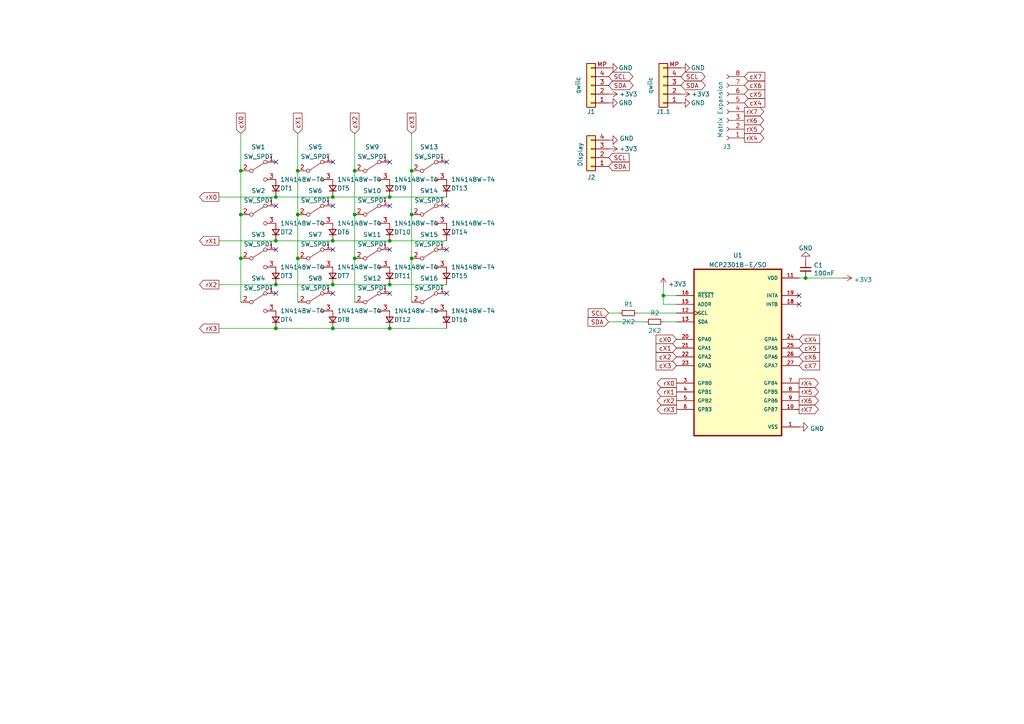
<source format=kicad_sch>
(kicad_sch (version 20211123) (generator eeschema)
  (paper "A4")
  (lib_symbols
    (symbol "+3V3_1" (power) (pin_names (offset 0))
      (property "Value" "+3V3_1" (at 0 3.556 0))
      (symbol "+3V3_1_0_1"
        (polyline (pts (xy -0.762 1.27) (xy 0 2.54)))
        (polyline (pts (xy 0 0) (xy 0 2.54)))
        (polyline (pts (xy 0 2.54) (xy 0.762 1.27)))
      )
      (symbol "+3V3_1_1_1"
        (pin power_in line (at 0 0 90) (length 0) hide (name "+3V3") (number "1"))
      )
    )
    (symbol "Connector:Conn_01x08_Female" (pin_names (offset 1.016) hide)
      (property "Reference" "J" (at 0 10.16 0))
      (property "Value" "Conn_01x08_Female" (at 0 -12.7 0))
      (symbol "Conn_01x08_Female_1_1"
        (arc (start 0 -9.652) (mid -0.508 -10.16) (end 0 -10.668) (stroke (width 0.1524)))
        (arc (start 0 -7.112) (mid -0.508 -7.62) (end 0 -8.128) (stroke (width 0.1524)))
        (arc (start 0 -4.572) (mid -0.508 -5.08) (end 0 -5.588) (stroke (width 0.1524)))
        (arc (start 0 -2.032) (mid -0.508 -2.54) (end 0 -3.048) (stroke (width 0.1524)))
        (polyline (pts (xy -1.27 -10.16) (xy -0.508 -10.16)) (stroke (width 0.1524)))
        (polyline (pts (xy -1.27 -7.62) (xy -0.508 -7.62)) (stroke (width 0.1524)))
        (polyline (pts (xy -1.27 -5.08) (xy -0.508 -5.08)) (stroke (width 0.1524)))
        (polyline (pts (xy -1.27 -2.54) (xy -0.508 -2.54)) (stroke (width 0.1524)))
        (polyline (pts (xy -1.27 0) (xy -0.508 0)) (stroke (width 0.1524)))
        (polyline (pts (xy -1.27 2.54) (xy -0.508 2.54)) (stroke (width 0.1524)))
        (polyline (pts (xy -1.27 5.08) (xy -0.508 5.08)) (stroke (width 0.1524)))
        (polyline (pts (xy -1.27 7.62) (xy -0.508 7.62)) (stroke (width 0.1524)))
        (arc (start 0 0.508) (mid -0.508 0) (end 0 -0.508) (stroke (width 0.1524)))
        (arc (start 0 3.048) (mid -0.508 2.54) (end 0 2.032) (stroke (width 0.1524)))
        (arc (start 0 5.588) (mid -0.508 5.08) (end 0 4.572) (stroke (width 0.1524)))
        (arc (start 0 8.128) (mid -0.508 7.62) (end 0 7.112) (stroke (width 0.1524)))
        (pin passive line (at -5.08 7.62 0) (length 3.81) (name "Pin_1") (number "1"))
        (pin passive line (at -5.08 5.08 0) (length 3.81) (name "Pin_2") (number "2"))
        (pin passive line (at -5.08 2.54 0) (length 3.81) (name "Pin_3") (number "3"))
        (pin passive line (at -5.08 0 0) (length 3.81) (name "Pin_4") (number "4"))
        (pin passive line (at -5.08 -2.54 0) (length 3.81) (name "Pin_5") (number "5"))
        (pin passive line (at -5.08 -5.08 0) (length 3.81) (name "Pin_6") (number "6"))
        (pin passive line (at -5.08 -7.62 0) (length 3.81) (name "Pin_7") (number "7"))
        (pin passive line (at -5.08 -10.16 0) (length 3.81) (name "Pin_8") (number "8"))
      )
    )
    (symbol "Connector_Generic:Conn_01x04" (pin_names (offset 1.016) hide)
      (property "Reference" "J" (at 0 5.08 0))
      (property "Value" "Conn_01x04" (at 0 -7.62 0))
      (symbol "Conn_01x04_1_1"
        (rectangle (start -1.27 -4.953) (end 0 -5.207) (stroke (width 0.1524)))
        (rectangle (start -1.27 -2.413) (end 0 -2.667) (stroke (width 0.1524)))
        (rectangle (start -1.27 0.127) (end 0 -0.127) (stroke (width 0.1524)))
        (rectangle (start -1.27 2.667) (end 0 2.413) (stroke (width 0.1524)))
        (rectangle (start -1.27 3.81) (end 1.27 -6.35) (stroke (width 0.254)) (fill (type background)))
        (pin passive line (at -5.08 2.54 0) (length 3.81) (name "Pin_1") (number "1"))
        (pin passive line (at -5.08 0 0) (length 3.81) (name "Pin_2") (number "2"))
        (pin passive line (at -5.08 -2.54 0) (length 3.81) (name "Pin_3") (number "3"))
        (pin passive line (at -5.08 -5.08 0) (length 3.81) (name "Pin_4") (number "4"))
      )
    )
    (symbol "Connector_Generic:Conn_01x05" (pin_names (offset 1.016) hide)
      (property "Reference" "J1" (at 0 7.62 0))
      (property "Value" "qwiic" (at -2.54 1.27 90))
      (symbol "Conn_01x05_1_1"
        (rectangle (start -1.27 -4.953) (end 0 -5.207) (stroke (width 0.1524)))
        (rectangle (start -1.27 -2.413) (end 0 -2.667) (stroke (width 0.1524)))
        (rectangle (start -1.27 0.127) (end 0 -0.127) (stroke (width 0.1524)))
        (rectangle (start -1.27 2.667) (end 0 2.413) (stroke (width 0.1524)))
        (rectangle (start -1.27 5.207) (end 0 4.953) (stroke (width 0.1524)))
        (rectangle (start -1.27 6.35) (end 1.27 -6.35) (stroke (width 0.254)) (fill (type background)))
        (pin passive line (at -5.08 5.08 0) (length 3.81) (name "Pin_1") (number "1"))
        (pin passive line (at -5.08 2.54 0) (length 3.81) (name "Pin_2") (number "2"))
        (pin passive line (at -5.08 0 0) (length 3.81) (name "Pin_3") (number "3"))
        (pin passive line (at -5.08 -2.54 0) (length 3.81) (name "Pin_4") (number "4"))
        (pin passive line (at -5.08 -5.08 0) (length 3.81) (name "MP") (number "MP"))
      )
    )
    (symbol "Device:C_Small" (pin_numbers hide) (pin_names (offset 0.254) hide)
      (property "Reference" "C" (at 0.254 1.778 0))
      (property "Value" "Device_C_Small" (at 0.254 -2.032 0))
      (symbol "C_Small_0_1"
        (polyline (pts (xy -1.524 -0.508) (xy 1.524 -0.508)) (stroke (width 0.3302)))
        (polyline (pts (xy -1.524 0.508) (xy 1.524 0.508)) (stroke (width 0.3048)))
      )
      (symbol "C_Small_1_1"
        (pin passive line (at 0 2.54 270) (length 2.032) (name "~") (number "1"))
        (pin passive line (at 0 -2.54 90) (length 2.032) (name "~") (number "2"))
      )
    )
    (symbol "Device:D_Small" (pin_numbers hide) (pin_names (offset 0.254) hide)
      (property "Reference" "D" (at -1.27 2.032 0))
      (property "Value" "Device_D_Small" (at -3.81 -2.032 0))
      (symbol "D_Small_0_1"
        (polyline (pts (xy -0.762 -1.016) (xy -0.762 1.016)) (stroke (width 0.254)))
        (polyline (pts (xy -0.762 0) (xy 0.762 0)))
        (polyline (pts (xy 0.762 -1.016) (xy -0.762 0) (xy 0.762 1.016) (xy 0.762 -1.016)) (stroke (width 0.254)))
      )
      (symbol "D_Small_1_1"
        (pin passive line (at -2.54 0 0) (length 1.778) (name "K") (number "1"))
        (pin passive line (at 2.54 0 180) (length 1.778) (name "A") (number "2"))
      )
    )
    (symbol "Device:R_Small" (pin_numbers hide) (pin_names (offset 0.254) hide)
      (property "Reference" "R" (at 0.762 0.508 0))
      (property "Value" "Device_R_Small" (at 0.762 -1.016 0))
      (symbol "R_Small_0_1"
        (rectangle (start -0.762 1.778) (end 0.762 -1.778) (stroke (width 0.2032)))
      )
      (symbol "R_Small_1_1"
        (pin passive line (at 0 2.54 270) (length 0.762) (name "~") (number "1"))
        (pin passive line (at 0 -2.54 90) (length 0.762) (name "~") (number "2"))
      )
    )
    (symbol "EDI:MCP23018" (pin_names (offset 1.016))
      (property "Reference" "U" (at -12.7 26.3906 0))
      (property "Value" "MCP23018" (at -12.7 -26.8478 0))
      (symbol "MCP23018_0_0"
        (rectangle (start -12.7 -22.86) (end 12.7 25.4) (stroke (width 0.4064)) (fill (type background)))
        (pin power_in line (at 17.78 -20.32 180) (length 5.08) (name "VSS") (number "1"))
        (pin bidirectional line (at 17.78 -15.24 180) (length 5.08) (name "GPB7") (number "10"))
        (pin power_in line (at 17.78 22.86 180) (length 5.08) (name "VDD") (number "11"))
        (pin input clock (at -17.78 12.7 0) (length 5.08) (name "SCL") (number "12"))
        (pin bidirectional line (at -17.78 10.16 0) (length 5.08) (name "SDA") (number "13"))
        (pin input line (at -17.78 15.24 0) (length 5.08) (name "ADDR") (number "15"))
        (pin input line (at -17.78 17.78 0) (length 5.08) (name "~{RESET}") (number "16"))
        (pin output line (at 17.78 15.24 180) (length 5.08) (name "INTB") (number "18"))
        (pin output line (at 17.78 17.78 180) (length 5.08) (name "INTA") (number "19"))
        (pin bidirectional line (at -17.78 5.08 0) (length 5.08) (name "GPA0") (number "20"))
        (pin bidirectional line (at -17.78 2.54 0) (length 5.08) (name "GPA1") (number "21"))
        (pin bidirectional line (at -17.78 0 0) (length 5.08) (name "GPA2") (number "22"))
        (pin bidirectional line (at -17.78 -2.54 0) (length 5.08) (name "GPA3") (number "23"))
        (pin bidirectional line (at 17.78 5.08 180) (length 5.08) (name "GPA4") (number "24"))
        (pin bidirectional line (at 17.78 2.54 180) (length 5.08) (name "GPA5") (number "25"))
        (pin bidirectional line (at 17.78 0 180) (length 5.08) (name "GPA6") (number "26"))
        (pin bidirectional line (at 17.78 -2.54 180) (length 5.08) (name "GPA7") (number "27"))
        (pin bidirectional line (at -17.78 -7.62 0) (length 5.08) (name "GPB0") (number "3"))
        (pin bidirectional line (at -17.78 -10.16 0) (length 5.08) (name "GPB1") (number "4"))
        (pin bidirectional line (at -17.78 -12.7 0) (length 5.08) (name "GPB2") (number "5"))
        (pin bidirectional line (at -17.78 -15.24 0) (length 5.08) (name "GPB3") (number "6"))
        (pin bidirectional line (at 17.78 -7.62 180) (length 5.08) (name "GPB4") (number "7"))
        (pin bidirectional line (at 17.78 -10.16 180) (length 5.08) (name "GPB5") (number "8"))
        (pin bidirectional line (at 17.78 -12.7 180) (length 5.08) (name "GPB6") (number "9"))
      )
    )
    (symbol "GND_1" (power) (pin_names (offset 0))
      (property "Value" "GND_1" (at 0 -3.81 0))
      (symbol "GND_1_0_1"
        (polyline (pts (xy 0 0) (xy 0 -1.27) (xy 1.27 -1.27) (xy 0 -2.54) (xy -1.27 -1.27) (xy 0 -1.27)))
      )
      (symbol "GND_1_1_1"
        (pin power_in line (at 0 0 270) (length 0) hide (name "GND") (number "1"))
      )
    )
    (symbol "Switch:SW_SPDT" (pin_names (offset 0) hide)
      (property "Reference" "SW" (at 0 4.318 0))
      (property "Value" "SW_SPDT" (at 0 -5.08 0))
      (symbol "SW_SPDT_0_0"
        (circle (center -2.032 0) (radius 0.508))
        (circle (center 2.032 -2.54) (radius 0.508))
      )
      (symbol "SW_SPDT_0_1"
        (polyline (pts (xy -1.524 0.254) (xy 1.651 2.286)))
        (circle (center 2.032 2.54) (radius 0.508))
      )
      (symbol "SW_SPDT_1_1"
        (pin passive line (at 5.08 2.54 180) (length 2.54) (name "A") (number "1"))
        (pin passive line (at -5.08 0 0) (length 2.54) (name "B") (number "2"))
        (pin passive line (at 5.08 -2.54 180) (length 2.54) (name "C") (number "3"))
      )
    )
    (symbol "power:+3V3" (power) (pin_names (offset 0))
      (property "Value" "power_+3V3" (at 0 3.556 0))
      (symbol "+3V3_0_1"
        (polyline (pts (xy -0.762 1.27) (xy 0 2.54)))
        (polyline (pts (xy 0 0) (xy 0 2.54)))
        (polyline (pts (xy 0 2.54) (xy 0.762 1.27)))
      )
      (symbol "+3V3_1_1"
        (pin power_in line (at 0 0 90) (length 0) hide (name "+3V3") (number "1"))
      )
    )
    (symbol "power:GND" (power) (pin_names (offset 0))
      (property "Value" "GND" (at 0 -3.81 0))
      (symbol "GND_0_1"
        (polyline (pts (xy 0 0) (xy 0 -1.27) (xy 1.27 -1.27) (xy 0 -2.54) (xy -1.27 -1.27) (xy 0 -1.27)))
      )
      (symbol "GND_1_1"
        (pin power_in line (at 0 0 270) (length 0) hide (name "GND") (number "1"))
      )
    )
  )
  (junction (at 69.85 49.53))
  (junction (at 96.52 82.55))
  (junction (at 233.68 80.645))
  (junction (at 96.52 69.85))
  (junction (at 80.01 69.85))
  (junction (at 113.03 57.15))
  (junction (at 102.87 49.53))
  (junction (at 86.36 62.23))
  (junction (at 113.03 82.55))
  (junction (at 69.85 62.23))
  (junction (at 86.36 49.53))
  (junction (at 96.52 95.25))
  (junction (at 80.01 95.25))
  (junction (at 102.87 62.23))
  (junction (at 96.52 57.15))
  (junction (at 119.38 74.93))
  (junction (at 113.03 69.85))
  (junction (at 119.38 62.23))
  (junction (at 80.01 82.55))
  (junction (at 113.03 95.25))
  (junction (at 119.38 49.53))
  (junction (at 69.85 74.93))
  (junction (at 102.87 74.93))
  (junction (at 80.01 57.15))
  (junction (at 192.405 85.725))
  (junction (at 86.36 74.93))
  (no_connect (at 113.03 72.39))
  (no_connect (at 129.54 59.69))
  (no_connect (at 80.01 85.09))
  (no_connect (at 80.01 72.39))
  (no_connect (at 113.03 85.09))
  (no_connect (at 80.01 46.99))
  (no_connect (at 129.54 46.99))
  (no_connect (at 96.52 59.69))
  (no_connect (at 96.52 85.09))
  (no_connect (at 231.775 85.725))
  (no_connect (at 231.775 88.265))
  (no_connect (at 129.54 85.09))
  (no_connect (at 113.03 59.69))
  (no_connect (at 129.54 72.39))
  (no_connect (at 80.01 59.69))
  (no_connect (at 96.52 46.99))
  (no_connect (at 113.03 46.99))
  (no_connect (at 96.52 72.39))
  (wire (pts (xy 63.5 95.25) (xy 80.01 95.25)))
  (wire (pts (xy 63.5 82.55) (xy 80.01 82.55)))
  (wire (pts (xy 176.53 90.805) (xy 179.705 90.805)))
  (wire (pts (xy 231.775 80.645) (xy 233.68 80.645)))
  (wire (pts (xy 184.785 90.805) (xy 196.215 90.805)))
  (wire (pts (xy 86.36 38.735) (xy 86.36 49.53)))
  (wire (pts (xy 119.38 38.735) (xy 119.38 49.53)))
  (wire (pts (xy 113.03 57.15) (xy 129.54 57.15)))
  (wire (pts (xy 69.85 62.23) (xy 69.85 74.93)))
  (wire (pts (xy 86.36 74.93) (xy 86.36 87.63)))
  (wire (pts (xy 102.87 74.93) (xy 102.87 87.63)))
  (wire (pts (xy 69.85 49.53) (xy 69.85 62.23)))
  (wire (pts (xy 119.38 49.53) (xy 119.38 62.23)))
  (wire (pts (xy 113.03 82.55) (xy 129.54 82.55)))
  (wire (pts (xy 196.215 85.725) (xy 192.405 85.725)))
  (wire (pts (xy 113.03 69.85) (xy 129.54 69.85)))
  (wire (pts (xy 80.01 82.55) (xy 96.52 82.55)))
  (wire (pts (xy 96.52 57.15) (xy 113.03 57.15)))
  (wire (pts (xy 192.405 88.265) (xy 196.215 88.265)))
  (wire (pts (xy 96.52 82.55) (xy 113.03 82.55)))
  (wire (pts (xy 80.01 69.85) (xy 96.52 69.85)))
  (wire (pts (xy 96.52 69.85) (xy 113.03 69.85)))
  (wire (pts (xy 86.36 62.23) (xy 86.36 74.93)))
  (wire (pts (xy 63.5 57.15) (xy 80.01 57.15)))
  (wire (pts (xy 102.87 62.23) (xy 102.87 74.93)))
  (wire (pts (xy 192.405 85.725) (xy 192.405 88.265)))
  (wire (pts (xy 119.38 74.93) (xy 119.38 87.63)))
  (wire (pts (xy 119.38 62.23) (xy 119.38 74.93)))
  (wire (pts (xy 233.68 80.645) (xy 244.475 80.645)))
  (wire (pts (xy 80.01 57.15) (xy 96.52 57.15)))
  (wire (pts (xy 86.36 49.53) (xy 86.36 62.23)))
  (wire (pts (xy 69.85 38.735) (xy 69.85 49.53)))
  (wire (pts (xy 102.87 38.735) (xy 102.87 49.53)))
  (wire (pts (xy 192.405 85.725) (xy 192.405 83.185)))
  (wire (pts (xy 102.87 49.53) (xy 102.87 62.23)))
  (wire (pts (xy 80.01 95.25) (xy 96.52 95.25)))
  (wire (pts (xy 113.03 95.25) (xy 129.54 95.25)))
  (wire (pts (xy 192.405 93.345) (xy 196.215 93.345)))
  (wire (pts (xy 63.5 69.85) (xy 80.01 69.85)))
  (wire (pts (xy 96.52 95.25) (xy 113.03 95.25)))
  (wire (pts (xy 69.85 74.93) (xy 69.85 87.63)))
  (wire (pts (xy 176.53 93.345) (xy 187.325 93.345)))
  (global_label "cX1" (shape input) (at 86.36 38.735 90) (property "Intersheet References" "${INTERSHEET_REFS}" (effects hide)))
  (global_label "rX2" (shape output) (at 196.215 116.205 180) (property "Intersheet References" "${INTERSHEET_REFS}" (effects hide)))
  (global_label "rX4" (shape output) (at 231.775 111.125 0) (property "Intersheet References" "${INTERSHEET_REFS}" (effects hide)))
  (global_label "cX6" (shape input) (at 231.775 103.505 0) (property "Intersheet References" "${INTERSHEET_REFS}" (effects hide)))
  (global_label "rX3" (shape output) (at 196.215 118.745 180) (property "Intersheet References" "${INTERSHEET_REFS}" (effects hide)))
  (global_label "rX0" (shape output) (at 63.5 57.15 180) (property "Intersheet References" "${INTERSHEET_REFS}" (effects hide)))
  (global_label "rX1" (shape output) (at 63.5 69.85 180) (property "Intersheet References" "${INTERSHEET_REFS}" (effects hide)))
  (global_label "rX7" (shape output) (at 231.775 118.745 0) (property "Intersheet References" "${INTERSHEET_REFS}" (effects hide)))
  (global_label "SCL" (shape input) (at 176.53 45.72 0) (property "Intersheet References" "${INTERSHEET_REFS}" (effects hide)))
  (global_label "cX7" (shape input) (at 215.9 22.225 0) (property "Intersheet References" "${INTERSHEET_REFS}" (effects hide)))
  (global_label "SDA" (shape bidirectional) (at 197.485 24.765 0) (property "Intersheet References" "${INTERSHEET_REFS}" (effects hide)))
  (global_label "cX5" (shape input) (at 231.775 100.965 0) (property "Intersheet References" "${INTERSHEET_REFS}" (effects hide)))
  (global_label "cX5" (shape input) (at 215.9 27.305 0) (property "Intersheet References" "${INTERSHEET_REFS}" (effects hide)))
  (global_label "cX4" (shape input) (at 215.9 29.845 0) (property "Intersheet References" "${INTERSHEET_REFS}" (effects hide)))
  (global_label "rX6" (shape output) (at 215.9 34.925 0) (property "Intersheet References" "${INTERSHEET_REFS}" (effects hide)))
  (global_label "rX2" (shape output) (at 63.5 82.55 180) (property "Intersheet References" "${INTERSHEET_REFS}" (effects hide)))
  (global_label "cX6" (shape input) (at 215.9 24.765 0) (property "Intersheet References" "${INTERSHEET_REFS}" (effects hide)))
  (global_label "rX4" (shape output) (at 215.9 40.005 0) (property "Intersheet References" "${INTERSHEET_REFS}" (effects hide)))
  (global_label "rX1" (shape output) (at 196.215 113.665 180) (property "Intersheet References" "${INTERSHEET_REFS}" (effects hide)))
  (global_label "cX4" (shape input) (at 231.775 98.425 0) (property "Intersheet References" "${INTERSHEET_REFS}" (effects hide)))
  (global_label "SDA" (shape bidirectional) (at 176.53 24.765 0) (property "Intersheet References" "${INTERSHEET_REFS}" (effects hide)))
  (global_label "rX3" (shape output) (at 63.5 95.25 180) (property "Intersheet References" "${INTERSHEET_REFS}" (effects hide)))
  (global_label "rX0" (shape output) (at 196.215 111.125 180) (property "Intersheet References" "${INTERSHEET_REFS}" (effects hide)))
  (global_label "cX0" (shape input) (at 69.85 38.735 90) (property "Intersheet References" "${INTERSHEET_REFS}" (effects hide)))
  (global_label "SCL" (shape bidirectional) (at 197.485 22.225 0) (property "Intersheet References" "${INTERSHEET_REFS}" (effects hide)))
  (global_label "cX7" (shape input) (at 231.775 106.045 0) (property "Intersheet References" "${INTERSHEET_REFS}" (effects hide)))
  (global_label "cX1" (shape input) (at 196.215 100.965 180) (property "Intersheet References" "${INTERSHEET_REFS}" (effects hide)))
  (global_label "SDA" (shape input) (at 176.53 93.345 180) (property "Intersheet References" "${INTERSHEET_REFS}" (effects hide)))
  (global_label "cX2" (shape input) (at 102.87 38.735 90) (property "Intersheet References" "${INTERSHEET_REFS}" (effects hide)))
  (global_label "cX2" (shape input) (at 196.215 103.505 180) (property "Intersheet References" "${INTERSHEET_REFS}" (effects hide)))
  (global_label "SCL" (shape input) (at 176.53 90.805 180) (property "Intersheet References" "${INTERSHEET_REFS}" (effects hide)))
  (global_label "cX3" (shape input) (at 196.215 106.045 180) (property "Intersheet References" "${INTERSHEET_REFS}" (effects hide)))
  (global_label "SCL" (shape bidirectional) (at 176.53 22.225 0) (property "Intersheet References" "${INTERSHEET_REFS}" (effects hide)))
  (global_label "rX7" (shape output) (at 215.9 32.385 0) (property "Intersheet References" "${INTERSHEET_REFS}" (effects hide)))
  (global_label "cX3" (shape input) (at 119.38 38.735 90) (property "Intersheet References" "${INTERSHEET_REFS}" (effects hide)))
  (global_label "rX5" (shape output) (at 215.9 37.465 0) (property "Intersheet References" "${INTERSHEET_REFS}" (effects hide)))
  (global_label "rX5" (shape output) (at 231.775 113.665 0) (property "Intersheet References" "${INTERSHEET_REFS}" (effects hide)))
  (global_label "cX0" (shape input) (at 196.215 98.425 180) (property "Intersheet References" "${INTERSHEET_REFS}" (effects hide)))
  (global_label "SDA" (shape input) (at 176.53 48.26 0) (property "Intersheet References" "${INTERSHEET_REFS}" (effects hide)))
  (global_label "rX6" (shape output) (at 231.775 116.205 0) (property "Intersheet References" "${INTERSHEET_REFS}" (effects hide)))
  (symbol (lib_id "Switch:SW_SPDT") (at 91.44 62.23 0) (unit 1)
    (property "Reference" "SW6" (at 91.44 55.3425 0))
    (property "Value" "SW_SPDT" (at 91.44 58.1176 0))
    (property "Footprint" "EDI:T8013-Z1BQ" (effects hide))
  )
  (symbol (lib_id "Switch:SW_SPDT") (at 107.95 74.93 0) (unit 1)
    (property "Reference" "SW11" (at 107.95 68.0425 0))
    (property "Value" "SW_SPDT" (at 107.95 70.8176 0))
    (property "Footprint" "EDI:T8013-Z1BQ" (effects hide))
  )
  (symbol (lib_id "Switch:SW_SPDT") (at 107.95 87.63 0) (unit 1)
    (property "Reference" "SW12" (at 107.95 80.7425 0))
    (property "Value" "SW_SPDT" (at 107.95 83.5176 0))
    (property "Footprint" "EDI:T8013-Z1BQ" (effects hide))
  )
  (symbol (lib_name "+3V3_1") (lib_id "power:+3V3") (at 244.475 80.645 270) (unit 1)
    (property "Reference" "#PWR09" (effects hide))
    (property "Value" "+3V3" (at 247.65 81.124 90) (effects (justify left)))
  )
  (symbol (lib_id "Switch:SW_SPDT") (at 91.44 49.53 0) (unit 1)
    (property "Reference" "SW5" (at 91.44 42.6425 0))
    (property "Value" "SW_SPDT" (at 91.44 45.4176 0))
    (property "Footprint" "EDI:T8013-Z1BQ" (effects hide))
  )
  (symbol (lib_id "Device:D_Small") (at 96.52 92.71 270) (mirror x) (unit 1)
    (property "Reference" "DT8" (at 97.79 92.71 90) (effects (justify left)))
    (property "Value" "1N4148W-T4" (at 97.79 90.17 90) (effects (justify left)))
    (property "Footprint" "EDI:D_SOD-523" (effects hide))
    (property "LCSC" "C68948" (effects hide))
  )
  (symbol (lib_id "Device:D_Small") (at 113.03 67.31 270) (mirror x) (unit 1)
    (property "Reference" "DT10" (at 114.3 67.31 90) (effects (justify left)))
    (property "Value" "1N4148W-T4" (at 114.3 64.77 90) (effects (justify left)))
    (property "Footprint" "EDI:D_SOD-523" (effects hide))
    (property "LCSC" "C68948" (effects hide))
  )
  (symbol (lib_id "Switch:SW_SPDT") (at 74.93 87.63 0) (unit 1)
    (property "Reference" "SW4" (at 74.93 80.7425 0))
    (property "Value" "SW_SPDT" (at 74.93 83.5176 0))
    (property "Footprint" "EDI:T8013-Z1BQ" (effects hide))
  )
  (symbol (lib_id "EDI:MCP23018") (at 213.995 103.505 0) (unit 1)
    (property "Reference" "U1" (at 213.995 74.0623 0))
    (property "Value" "MCP23018-E/SO" (at 213.995 76.8374 0))
    (property "Footprint" "Package_SO:SOIC-28W_7.5x18.7mm_P1.27mm" (effects hide))
    (property "PARTREV" "A" (effects hide))
    (property "PACKAGE" "SOIC-28 Microchip" (effects hide))
    (property "AVAILABILITY" "Unavailable" (effects hide))
    (property "PRICE" "None" (effects hide))
    (property "MAXIMUM_PACKAGE_HEIGHT" "2.65 mm" (effects hide))
    (property "STANDARD" "Manufacturer Recommendations" (effects hide))
    (property "MP" "MCP23018-E/SO" (effects hide))
    (property "DESCRIPTION" "MCP23018 Series 5.5 V 3.4 MHz SMT 16-Bit I2C I/O Expander - SOIC-28" (effects hide))
    (property "MF" "Microchip" (effects hide))
  )
  (symbol (lib_id "Switch:SW_SPDT") (at 91.44 74.93 0) (unit 1)
    (property "Reference" "SW7" (at 91.44 68.0425 0))
    (property "Value" "SW_SPDT" (at 91.44 70.8176 0))
    (property "Footprint" "EDI:T8013-Z1BQ" (effects hide))
  )
  (symbol (lib_id "Device:R_Small") (at 189.865 93.345 270) (unit 1)
    (property "Reference" "R2" (at 188.595 90.805 90) (effects (justify left)))
    (property "Value" "2K2" (at 187.96 95.885 90) (effects (justify left)))
    (property "Footprint" "EDI:Passive_0402_1005Metric" (effects hide))
    (property "LCSC" "C25879" (effects hide))
  )
  (symbol (lib_name "GND_1") (lib_id "power:GND") (at 176.53 19.685 90) (unit 1)
    (property "Reference" "#PWR01" (effects hide))
    (property "Value" "GND" (at 183.515 19.685 90) (effects (justify left)))
  )
  (symbol (lib_id "Switch:SW_SPDT") (at 124.46 49.53 0) (unit 1)
    (property "Reference" "SW13" (at 124.46 42.6425 0))
    (property "Value" "SW_SPDT" (at 124.46 45.4176 0))
    (property "Footprint" "EDI:T8013-Z1BQ" (effects hide))
  )
  (symbol (lib_id "power:GND") (at 231.775 123.825 90) (unit 1)
    (property "Reference" "#PWR07" (effects hide))
    (property "Value" "GND" (at 234.95 124.304 90) (effects (justify right)))
  )
  (symbol (lib_id "Switch:SW_SPDT") (at 74.93 74.93 0) (unit 1)
    (property "Reference" "SW3" (at 74.93 68.0425 0))
    (property "Value" "SW_SPDT" (at 74.93 70.8176 0))
    (property "Footprint" "EDI:T8013-Z1BQ" (effects hide))
  )
  (symbol (lib_id "Switch:SW_SPDT") (at 91.44 87.63 0) (unit 1)
    (property "Reference" "SW8" (at 91.44 80.7425 0))
    (property "Value" "SW_SPDT" (at 91.44 83.5176 0))
    (property "Footprint" "EDI:T8013-Z1BQ" (effects hide))
  )
  (symbol (lib_id "Device:D_Small") (at 129.54 54.61 270) (mirror x) (unit 1)
    (property "Reference" "DT13" (at 130.81 54.61 90) (effects (justify left)))
    (property "Value" "1N4148W-T4" (at 130.81 52.07 90) (effects (justify left)))
    (property "Footprint" "EDI:D_SOD-523" (effects hide))
    (property "LCSC" "C68948" (effects hide))
  )
  (symbol (lib_id "Device:D_Small") (at 80.01 67.31 270) (mirror x) (unit 1)
    (property "Reference" "DT2" (at 81.28 67.31 90) (effects (justify left)))
    (property "Value" "1N4148W-T4" (at 81.28 64.77 90) (effects (justify left)))
    (property "Footprint" "EDI:D_SOD-523" (effects hide))
    (property "LCSC" "C68948" (effects hide))
  )
  (symbol (lib_id "Device:D_Small") (at 80.01 80.01 270) (mirror x) (unit 1)
    (property "Reference" "DT3" (at 81.28 80.01 90) (effects (justify left)))
    (property "Value" "1N4148W-T4" (at 81.28 77.47 90) (effects (justify left)))
    (property "Footprint" "EDI:D_SOD-523" (effects hide))
    (property "LCSC" "C68948" (effects hide))
  )
  (symbol (lib_id "power:+3V3") (at 197.485 27.305 270) (unit 1)
    (property "Reference" "#PWR?" (effects hide))
    (property "Value" "+3V3" (at 203.2 27.305 90))
  )
  (symbol (lib_id "Connector:Conn_01x08_Female") (at 210.82 32.385 180) (unit 1)
    (property "Reference" "J3" (at 210.82 42.545 0))
    (property "Value" "Matrix Expansion" (at 208.915 31.75 90))
    (property "Footprint" "Connector_JST:JST_PH_S8B-PH-K_1x08_P2.00mm_Horizontal" (effects hide))
  )
  (symbol (lib_id "Device:R_Small") (at 182.245 90.805 270) (unit 1)
    (property "Reference" "R1" (at 180.975 88.265 90) (effects (justify left)))
    (property "Value" "2K2" (at 180.34 93.345 90) (effects (justify left)))
    (property "Footprint" "EDI:Passive_0402_1005Metric" (effects hide))
    (property "LCSC" "C25879" (effects hide))
  )
  (symbol (lib_id "Device:D_Small") (at 96.52 67.31 270) (mirror x) (unit 1)
    (property "Reference" "DT6" (at 97.79 67.31 90) (effects (justify left)))
    (property "Value" "1N4148W-T4" (at 97.79 64.77 90) (effects (justify left)))
    (property "Footprint" "EDI:D_SOD-523" (effects hide))
    (property "LCSC" "C68948" (effects hide))
  )
  (symbol (lib_id "Connector_Generic:Conn_01x05") (at 171.45 24.765 180) (unit 1)
    (property "Reference" "J1" (at 171.45 32.385 0))
    (property "Value" "qwiic" (at 167.64 24.765 90))
    (property "Footprint" "Connector_JST:JST_SH_SM04B-SRSS-TB_1x04-1MP_P1.00mm_Horizontal" (effects hide))
    (property "LCSC" "C145956" (effects hide))
  )
  (symbol (lib_name "GND_1") (lib_id "power:GND") (at 176.53 29.845 90) (unit 1)
    (property "Reference" "#PWR03" (effects hide))
    (property "Value" "GND" (at 183.515 29.845 90) (effects (justify left)))
  )
  (symbol (lib_id "Device:D_Small") (at 129.54 67.31 270) (mirror x) (unit 1)
    (property "Reference" "DT14" (at 130.81 67.31 90) (effects (justify left)))
    (property "Value" "1N4148W-T4" (at 130.81 64.77 90) (effects (justify left)))
    (property "Footprint" "EDI:D_SOD-523" (effects hide))
    (property "LCSC" "C68948" (effects hide))
  )
  (symbol (lib_id "Switch:SW_SPDT") (at 124.46 74.93 0) (unit 1)
    (property "Reference" "SW15" (at 124.46 68.0425 0))
    (property "Value" "SW_SPDT" (at 124.46 70.8176 0))
    (property "Footprint" "EDI:T8013-Z1BQ" (effects hide))
  )
  (symbol (lib_id "Switch:SW_SPDT") (at 124.46 87.63 0) (unit 1)
    (property "Reference" "SW16" (at 124.46 80.7425 0))
    (property "Value" "SW_SPDT" (at 124.46 83.5176 0))
    (property "Footprint" "EDI:T8013-Z1BQ" (effects hide))
  )
  (symbol (lib_id "Device:D_Small") (at 129.54 92.71 270) (mirror x) (unit 1)
    (property "Reference" "DT16" (at 130.81 92.71 90) (effects (justify left)))
    (property "Value" "1N4148W-T4" (at 130.81 90.17 90) (effects (justify left)))
    (property "Footprint" "EDI:D_SOD-523" (effects hide))
    (property "LCSC" "C68948" (effects hide))
  )
  (symbol (lib_id "Device:C_Small") (at 233.68 78.105 0) (unit 1)
    (property "Reference" "C1" (at 236.0168 76.9366 0) (effects (justify left)))
    (property "Value" "100nF" (at 236.0168 79.248 0) (effects (justify left)))
    (property "Footprint" "EDI:Passive_0402_1005Metric" (effects hide))
    (property "LCSC" "C1525" (effects hide))
  )
  (symbol (lib_id "power:+3V3") (at 176.53 27.305 270) (unit 1)
    (property "Reference" "#PWR02" (effects hide))
    (property "Value" "+3V3" (at 182.245 27.305 90))
  )
  (symbol (lib_id "Device:D_Small") (at 129.54 80.01 270) (mirror x) (unit 1)
    (property "Reference" "DT15" (at 130.81 80.01 90) (effects (justify left)))
    (property "Value" "1N4148W-T4" (at 130.81 77.47 90) (effects (justify left)))
    (property "Footprint" "EDI:D_SOD-523" (effects hide))
    (property "LCSC" "C68948" (effects hide))
  )
  (symbol (lib_id "Device:D_Small") (at 113.03 54.61 270) (mirror x) (unit 1)
    (property "Reference" "DT9" (at 114.3 54.61 90) (effects (justify left)))
    (property "Value" "1N4148W-T4" (at 114.3 52.07 90) (effects (justify left)))
    (property "Footprint" "EDI:D_SOD-523" (effects hide))
    (property "LCSC" "C68948" (effects hide))
  )
  (symbol (lib_id "Device:D_Small") (at 80.01 54.61 270) (mirror x) (unit 1)
    (property "Reference" "DT1" (at 81.28 54.61 90) (effects (justify left)))
    (property "Value" "1N4148W-T4" (at 81.28 52.07 90) (effects (justify left)))
    (property "Footprint" "EDI:D_SOD-523" (effects hide))
    (property "LCSC" "C68948" (effects hide))
  )
  (symbol (lib_id "Switch:SW_SPDT") (at 74.93 62.23 0) (unit 1)
    (property "Reference" "SW2" (at 74.93 55.3425 0))
    (property "Value" "SW_SPDT" (at 74.93 58.1176 0))
    (property "Footprint" "EDI:T8013-Z1BQ" (effects hide))
  )
  (symbol (lib_id "Switch:SW_SPDT") (at 124.46 62.23 0) (unit 1)
    (property "Reference" "SW14" (at 124.46 55.3425 0))
    (property "Value" "SW_SPDT" (at 124.46 58.1176 0))
    (property "Footprint" "EDI:T8013-Z1BQ" (effects hide))
  )
  (symbol (lib_name "GND_1") (lib_id "power:GND") (at 197.485 19.685 90) (unit 1)
    (property "Reference" "#PWR?" (effects hide))
    (property "Value" "GND" (at 204.47 19.685 90) (effects (justify left)))
  )
  (symbol (lib_id "Device:D_Small") (at 96.52 80.01 270) (mirror x) (unit 1)
    (property "Reference" "DT7" (at 97.79 80.01 90) (effects (justify left)))
    (property "Value" "1N4148W-T4" (at 97.79 77.47 90) (effects (justify left)))
    (property "Footprint" "EDI:D_SOD-523" (effects hide))
    (property "LCSC" "C68948" (effects hide))
  )
  (symbol (lib_id "Connector_Generic:Conn_01x04") (at 171.45 45.72 180) (unit 1)
    (property "Reference" "J2" (at 172.72 51.435 0) (effects (justify left)))
    (property "Value" "Display" (at 168.275 41.275 90) (effects (justify left)))
    (property "Footprint" "Connector_PinHeader_2.54mm:PinHeader_1x04_P2.54mm_Vertical" (effects hide))
  )
  (symbol (lib_id "Device:D_Small") (at 113.03 92.71 270) (mirror x) (unit 1)
    (property "Reference" "DT12" (at 114.3 92.71 90) (effects (justify left)))
    (property "Value" "1N4148W-T4" (at 114.3 90.17 90) (effects (justify left)))
    (property "Footprint" "EDI:D_SOD-523" (effects hide))
    (property "LCSC" "C68948" (effects hide))
  )
  (symbol (lib_id "Device:D_Small") (at 113.03 80.01 270) (mirror x) (unit 1)
    (property "Reference" "DT11" (at 114.3 80.01 90) (effects (justify left)))
    (property "Value" "1N4148W-T4" (at 114.3 77.47 90) (effects (justify left)))
    (property "Footprint" "EDI:D_SOD-523" (effects hide))
    (property "LCSC" "C68948" (effects hide))
  )
  (symbol (lib_id "power:+3V3") (at 176.53 43.18 270) (unit 1)
    (property "Reference" "#PWR?" (effects hide))
    (property "Value" "+3V3" (at 182.245 43.18 90))
  )
  (symbol (lib_id "Switch:SW_SPDT") (at 107.95 49.53 0) (unit 1)
    (property "Reference" "SW9" (at 107.95 42.6425 0))
    (property "Value" "SW_SPDT" (at 107.95 45.4176 0))
    (property "Footprint" "EDI:T8013-Z1BQ" (effects hide))
  )
  (symbol (lib_name "+3V3_1") (lib_id "power:+3V3") (at 192.405 83.185 0) (unit 1)
    (property "Reference" "#PWR06" (effects hide))
    (property "Value" "+3V3" (at 193.802 82.394 0) (effects (justify left)))
  )
  (symbol (lib_id "Device:D_Small") (at 80.01 92.71 270) (mirror x) (unit 1)
    (property "Reference" "DT4" (at 81.28 92.71 90) (effects (justify left)))
    (property "Value" "1N4148W-T4" (at 81.28 90.17 90) (effects (justify left)))
    (property "Footprint" "EDI:D_SOD-523" (effects hide))
    (property "LCSC" "C68948" (effects hide))
  )
  (symbol (lib_id "Device:D_Small") (at 96.52 54.61 270) (mirror x) (unit 1)
    (property "Reference" "DT5" (at 97.79 54.61 90) (effects (justify left)))
    (property "Value" "1N4148W-T4" (at 97.79 52.07 90) (effects (justify left)))
    (property "Footprint" "EDI:D_SOD-523" (effects hide))
    (property "LCSC" "C68948" (effects hide))
  )
  (symbol (lib_id "Switch:SW_SPDT") (at 107.95 62.23 0) (unit 1)
    (property "Reference" "SW10" (at 107.95 55.3425 0))
    (property "Value" "SW_SPDT" (at 107.95 58.1176 0))
    (property "Footprint" "EDI:T8013-Z1BQ" (effects hide))
  )
  (symbol (lib_name "GND_1") (lib_id "power:GND") (at 176.53 40.64 90) (unit 1)
    (property "Reference" "#PWR04" (effects hide))
    (property "Value" "GND" (at 179.7049 40.161 90) (effects (justify right)))
  )
  (symbol (lib_id "Connector_Generic:Conn_01x05") (at 192.405 24.765 180) (unit 1)
    (property "Reference" "J1.1" (at 192.405 32.385 0))
    (property "Value" "qwiic" (at 188.595 24.765 90))
    (property "Footprint" "Connector_JST:JST_SH_SM04B-SRSS-TB_1x04-1MP_P1.00mm_Horizontal" (effects hide))
    (property "LCSC" "C145956" (effects hide))
  )
  (symbol (lib_id "Switch:SW_SPDT") (at 74.93 49.53 0) (unit 1)
    (property "Reference" "SW1" (at 74.93 42.6425 0))
    (property "Value" "SW_SPDT" (at 74.93 45.4176 0))
    (property "Footprint" "EDI:T8013-Z1BQ" (effects hide))
  )
  (symbol (lib_name "GND_1") (lib_id "power:GND") (at 197.485 29.845 90) (unit 1)
    (property "Reference" "#PWR?" (effects hide))
    (property "Value" "GND" (at 204.47 29.845 90) (effects (justify left)))
  )
  (symbol (lib_id "power:GND") (at 233.68 75.565 180) (unit 1)
    (property "Reference" "#PWR08" (effects hide))
    (property "Value" "GND" (at 233.68 71.9605 0))
  )
)
</source>
